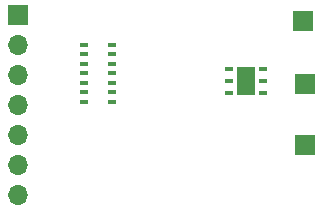
<source format=gts>
%TF.GenerationSoftware,KiCad,Pcbnew,(6.0.9)*%
%TF.CreationDate,2023-09-05T16:32:31-05:00*%
%TF.ProjectId,Pulse_Temp,50756c73-655f-4546-956d-702e6b696361,rev?*%
%TF.SameCoordinates,Original*%
%TF.FileFunction,Soldermask,Top*%
%TF.FilePolarity,Negative*%
%FSLAX46Y46*%
G04 Gerber Fmt 4.6, Leading zero omitted, Abs format (unit mm)*
G04 Created by KiCad (PCBNEW (6.0.9)) date 2023-09-05 16:32:31*
%MOMM*%
%LPD*%
G01*
G04 APERTURE LIST*
%ADD10R,0.762000X0.355600*%
%ADD11R,0.762000X0.406400*%
%ADD12R,1.600200X2.489200*%
%ADD13R,1.700000X1.700000*%
%ADD14O,1.700000X1.700000*%
G04 APERTURE END LIST*
D10*
%TO.C,PO*%
X161569400Y-75679600D03*
X161569400Y-76479601D03*
X161569400Y-77279599D03*
X161569400Y-78079600D03*
X161569400Y-78879598D03*
X161569400Y-79679599D03*
X161569400Y-80479600D03*
X163957000Y-80479600D03*
X163957000Y-79679599D03*
X163957000Y-78879601D03*
X163957000Y-78079600D03*
X163957000Y-77279602D03*
X163957000Y-76479601D03*
X163957000Y-75679600D03*
%TD*%
D11*
%TO.C,THD1*%
X176682400Y-79730600D03*
X176682400Y-78740000D03*
X176682400Y-77749400D03*
X173837600Y-77749400D03*
X173837600Y-78740000D03*
X173837600Y-79730600D03*
D12*
X175260000Y-78740000D03*
%TD*%
D13*
%TO.C,3V*%
X180289200Y-84175600D03*
%TD*%
%TO.C,5V*%
X180289200Y-78994000D03*
%TD*%
%TO.C,1.8V*%
X180086000Y-73660000D03*
%TD*%
%TO.C,J1*%
X155956000Y-73147000D03*
D14*
X155956000Y-75687000D03*
X155956000Y-78227000D03*
X155956000Y-80767000D03*
X155956000Y-83307000D03*
X155956000Y-85847000D03*
X155956000Y-88387000D03*
%TD*%
M02*

</source>
